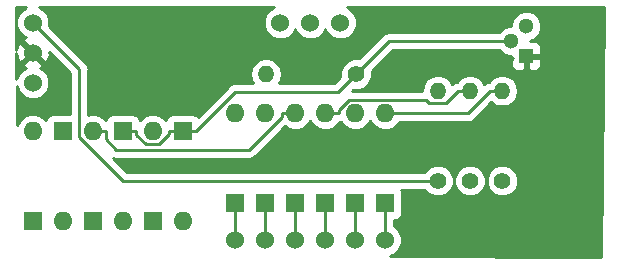
<source format=gbr>
G04 #@! TF.GenerationSoftware,KiCad,Pcbnew,(5.0.0)*
G04 #@! TF.CreationDate,2019-01-17T16:59:51+00:00*
G04 #@! TF.ProjectId,LS05,4C5330352E6B696361645F7063620000,rev?*
G04 #@! TF.SameCoordinates,Original*
G04 #@! TF.FileFunction,Copper,L2,Bot,Signal*
G04 #@! TF.FilePolarity,Positive*
%FSLAX46Y46*%
G04 Gerber Fmt 4.6, Leading zero omitted, Abs format (unit mm)*
G04 Created by KiCad (PCBNEW (5.0.0)) date 01/17/19 16:59:51*
%MOMM*%
%LPD*%
G01*
G04 APERTURE LIST*
G04 #@! TA.AperFunction,ComponentPad*
%ADD10O,1.600000X1.600000*%
G04 #@! TD*
G04 #@! TA.AperFunction,ComponentPad*
%ADD11R,1.600000X1.600000*%
G04 #@! TD*
G04 #@! TA.AperFunction,ComponentPad*
%ADD12C,1.524000*%
G04 #@! TD*
G04 #@! TA.AperFunction,ComponentPad*
%ADD13C,1.400000*%
G04 #@! TD*
G04 #@! TA.AperFunction,ComponentPad*
%ADD14O,1.400000X1.400000*%
G04 #@! TD*
G04 #@! TA.AperFunction,ComponentPad*
%ADD15R,1.300000X1.300000*%
G04 #@! TD*
G04 #@! TA.AperFunction,ComponentPad*
%ADD16C,1.300000*%
G04 #@! TD*
G04 #@! TA.AperFunction,Conductor*
%ADD17C,0.250000*%
G04 #@! TD*
G04 #@! TA.AperFunction,Conductor*
%ADD18C,0.254000*%
G04 #@! TD*
G04 APERTURE END LIST*
D10*
G04 #@! TO.P,D1,2*
G04 #@! TO.N,Net-(D1-Pad2)*
X156464000Y-83502500D03*
D11*
G04 #@! TO.P,D1,1*
G04 #@! TO.N,1*
X156464000Y-91122500D03*
G04 #@! TD*
G04 #@! TO.P,D2,1*
G04 #@! TO.N,2*
X159004000Y-91122500D03*
D10*
G04 #@! TO.P,D2,2*
G04 #@! TO.N,Net-(D1-Pad2)*
X159004000Y-83502500D03*
G04 #@! TD*
G04 #@! TO.P,D3,2*
G04 #@! TO.N,Net-(D3-Pad2)*
X161544000Y-83502500D03*
D11*
G04 #@! TO.P,D3,1*
G04 #@! TO.N,3*
X161544000Y-91122500D03*
G04 #@! TD*
G04 #@! TO.P,D4,1*
G04 #@! TO.N,4*
X164084000Y-91122500D03*
D10*
G04 #@! TO.P,D4,2*
G04 #@! TO.N,Net-(D3-Pad2)*
X164084000Y-83502500D03*
G04 #@! TD*
G04 #@! TO.P,D5,2*
G04 #@! TO.N,Net-(D11-Pad2)*
X166624000Y-83502500D03*
D11*
G04 #@! TO.P,D5,1*
G04 #@! TO.N,5*
X166624000Y-91122500D03*
G04 #@! TD*
G04 #@! TO.P,D6,1*
G04 #@! TO.N,6*
X169164000Y-91122500D03*
D10*
G04 #@! TO.P,D6,2*
G04 #@! TO.N,Net-(D11-Pad2)*
X169164000Y-83502500D03*
G04 #@! TD*
G04 #@! TO.P,D7,2*
G04 #@! TO.N,Net-(D1-Pad2)*
X139319000Y-85026500D03*
D11*
G04 #@! TO.P,D7,1*
G04 #@! TO.N,Net-(D7-Pad1)*
X139319000Y-92646500D03*
G04 #@! TD*
G04 #@! TO.P,D8,1*
G04 #@! TO.N,Net-(D10-Pad1)*
X141859000Y-85026500D03*
D10*
G04 #@! TO.P,D8,2*
G04 #@! TO.N,Net-(D7-Pad1)*
X141859000Y-92646500D03*
G04 #@! TD*
G04 #@! TO.P,D9,2*
G04 #@! TO.N,Net-(D3-Pad2)*
X144399000Y-85026500D03*
D11*
G04 #@! TO.P,D9,1*
G04 #@! TO.N,Net-(D10-Pad2)*
X144399000Y-92646500D03*
G04 #@! TD*
G04 #@! TO.P,D10,1*
G04 #@! TO.N,Net-(D10-Pad1)*
X146939000Y-85026500D03*
D10*
G04 #@! TO.P,D10,2*
G04 #@! TO.N,Net-(D10-Pad2)*
X146939000Y-92646500D03*
G04 #@! TD*
G04 #@! TO.P,D11,2*
G04 #@! TO.N,Net-(D11-Pad2)*
X149479000Y-85026500D03*
D11*
G04 #@! TO.P,D11,1*
G04 #@! TO.N,Net-(D11-Pad1)*
X149479000Y-92646500D03*
G04 #@! TD*
G04 #@! TO.P,D12,1*
G04 #@! TO.N,Net-(D10-Pad1)*
X152019000Y-85026500D03*
D10*
G04 #@! TO.P,D12,2*
G04 #@! TO.N,Net-(D11-Pad1)*
X152019000Y-92646500D03*
G04 #@! TD*
D12*
G04 #@! TO.P,J1,21*
G04 #@! TO.N,+6v*
X139331000Y-75830500D03*
G04 #@! TO.P,J1,22*
G04 #@! TO.N,0v*
X139331000Y-78370500D03*
G04 #@! TO.P,J1,23*
G04 #@! TO.N,-6v*
X139331000Y-80910500D03*
G04 #@! TO.P,J1,1*
G04 #@! TO.N,1*
X156476000Y-94245500D03*
G04 #@! TO.P,J1,2*
G04 #@! TO.N,2*
X159016000Y-94245500D03*
G04 #@! TO.P,J1,3*
G04 #@! TO.N,3*
X161556000Y-94245500D03*
G04 #@! TO.P,J1,4*
G04 #@! TO.N,4*
X164096000Y-94245500D03*
G04 #@! TO.P,J1,5*
G04 #@! TO.N,5*
X166636000Y-94245500D03*
G04 #@! TO.P,J1,6*
G04 #@! TO.N,6*
X169176000Y-94245500D03*
G04 #@! TO.P,J1,11*
G04 #@! TO.N,N/C*
X160286000Y-75830500D03*
G04 #@! TO.P,J1,12*
X162826000Y-75830500D03*
G04 #@! TO.P,J1,13*
G04 #@! TO.N,13*
X165366000Y-75830500D03*
G04 #@! TD*
D13*
G04 #@! TO.P,R1,1*
G04 #@! TO.N,+6v*
X173609000Y-89217500D03*
D14*
G04 #@! TO.P,R1,2*
G04 #@! TO.N,Net-(D1-Pad2)*
X173609000Y-81597500D03*
G04 #@! TD*
G04 #@! TO.P,R2,2*
G04 #@! TO.N,Net-(D3-Pad2)*
X176340000Y-81597500D03*
D13*
G04 #@! TO.P,R2,1*
G04 #@! TO.N,+6v*
X176340000Y-89217500D03*
G04 #@! TD*
D14*
G04 #@! TO.P,R3,2*
G04 #@! TO.N,Net-(D11-Pad2)*
X179070000Y-81597500D03*
D13*
G04 #@! TO.P,R3,1*
G04 #@! TO.N,+6v*
X179070000Y-89217500D03*
G04 #@! TD*
G04 #@! TO.P,R4,1*
G04 #@! TO.N,Net-(D10-Pad1)*
X166688000Y-80200500D03*
D14*
G04 #@! TO.P,R4,2*
G04 #@! TO.N,-6v*
X159068000Y-80200500D03*
G04 #@! TD*
D15*
G04 #@! TO.P,VT3,1*
G04 #@! TO.N,0v*
X181102000Y-78676500D03*
D16*
G04 #@! TO.P,VT3,3*
G04 #@! TO.N,13*
X181102000Y-76136500D03*
G04 #@! TO.P,VT3,2*
G04 #@! TO.N,Net-(D10-Pad1)*
X179832000Y-77406500D03*
G04 #@! TD*
D17*
G04 #@! TO.N,1*
X156476000Y-94245500D02*
X156464000Y-94233500D01*
X156464000Y-94233500D02*
X156464000Y-91122500D01*
G04 #@! TO.N,2*
X159016000Y-94245500D02*
X159004000Y-94233500D01*
X159004000Y-94233500D02*
X159004000Y-91122500D01*
G04 #@! TO.N,Net-(D3-Pad2)*
X145524300Y-85026500D02*
X145524300Y-85729900D01*
X145524300Y-85729900D02*
X146396500Y-86602100D01*
X146396500Y-86602100D02*
X157600400Y-86602100D01*
X157600400Y-86602100D02*
X160418700Y-83783800D01*
X160418700Y-83783800D02*
X160418700Y-83502500D01*
X144399000Y-85026500D02*
X145524300Y-85026500D01*
X161544000Y-83502500D02*
X160418700Y-83502500D01*
X164084000Y-83502500D02*
X165209300Y-83502500D01*
X176340000Y-81597500D02*
X175314700Y-81597500D01*
X175314700Y-81597500D02*
X174283900Y-82628300D01*
X174283900Y-82628300D02*
X172834800Y-82628300D01*
X172834800Y-82628300D02*
X172583700Y-82377200D01*
X172583700Y-82377200D02*
X166053200Y-82377200D01*
X166053200Y-82377200D02*
X165209300Y-83221100D01*
X165209300Y-83221100D02*
X165209300Y-83502500D01*
G04 #@! TO.N,3*
X161556000Y-94245500D02*
X161544000Y-94233500D01*
X161544000Y-94233500D02*
X161544000Y-91122500D01*
G04 #@! TO.N,4*
X164096000Y-94245500D02*
X164084000Y-94233500D01*
X164084000Y-94233500D02*
X164084000Y-91122500D01*
G04 #@! TO.N,Net-(D11-Pad2)*
X179070000Y-81597500D02*
X178044700Y-81597500D01*
X178044700Y-81597500D02*
X176139700Y-83502500D01*
X176139700Y-83502500D02*
X169164000Y-83502500D01*
G04 #@! TO.N,5*
X166636000Y-94245500D02*
X166624000Y-94233500D01*
X166624000Y-94233500D02*
X166624000Y-91122500D01*
G04 #@! TO.N,6*
X169176000Y-94245500D02*
X169164000Y-94233500D01*
X169164000Y-94233500D02*
X169164000Y-91122500D01*
G04 #@! TO.N,Net-(D10-Pad1)*
X152019000Y-85026500D02*
X153144300Y-85026500D01*
X166688000Y-80200500D02*
X165148200Y-81740300D01*
X165148200Y-81740300D02*
X156430500Y-81740300D01*
X156430500Y-81740300D02*
X153144300Y-85026500D01*
X179832000Y-77406500D02*
X169482000Y-77406500D01*
X169482000Y-77406500D02*
X166688000Y-80200500D01*
X146939000Y-85026500D02*
X148064300Y-85026500D01*
X152019000Y-85026500D02*
X150893700Y-85026500D01*
X150893700Y-85026500D02*
X150893700Y-85286700D01*
X150893700Y-85286700D02*
X150028600Y-86151800D01*
X150028600Y-86151800D02*
X148908200Y-86151800D01*
X148908200Y-86151800D02*
X148064300Y-85307900D01*
X148064300Y-85307900D02*
X148064300Y-85026500D01*
G04 #@! TO.N,+6v*
X173609000Y-89217500D02*
X146944500Y-89217500D01*
X146944500Y-89217500D02*
X143269300Y-85542300D01*
X143269300Y-85542300D02*
X143269300Y-79768800D01*
X143269300Y-79768800D02*
X139331000Y-75830500D01*
G04 #@! TD*
D18*
G04 #@! TO.N,0v*
G36*
X159494663Y-74646180D02*
X159101680Y-75039163D01*
X158889000Y-75552619D01*
X158889000Y-76108381D01*
X159101680Y-76621837D01*
X159494663Y-77014820D01*
X160008119Y-77227500D01*
X160563881Y-77227500D01*
X161077337Y-77014820D01*
X161470320Y-76621837D01*
X161556000Y-76414987D01*
X161641680Y-76621837D01*
X162034663Y-77014820D01*
X162548119Y-77227500D01*
X163103881Y-77227500D01*
X163617337Y-77014820D01*
X164010320Y-76621837D01*
X164096000Y-76414987D01*
X164181680Y-76621837D01*
X164574663Y-77014820D01*
X165088119Y-77227500D01*
X165643881Y-77227500D01*
X166157337Y-77014820D01*
X166550320Y-76621837D01*
X166763000Y-76108381D01*
X166763000Y-75552619D01*
X166550320Y-75039163D01*
X166157337Y-74646180D01*
X165922723Y-74549000D01*
X187704484Y-74549000D01*
X187453506Y-95693858D01*
X169550690Y-95602400D01*
X169967337Y-95429820D01*
X170360320Y-95036837D01*
X170573000Y-94523381D01*
X170573000Y-93967619D01*
X170360320Y-93454163D01*
X169967337Y-93061180D01*
X169924000Y-93043229D01*
X169924000Y-92569940D01*
X169964000Y-92569940D01*
X170211765Y-92520657D01*
X170421809Y-92380309D01*
X170562157Y-92170265D01*
X170611440Y-91922500D01*
X170611440Y-90322500D01*
X170562157Y-90074735D01*
X170497186Y-89977500D01*
X172481025Y-89977500D01*
X172852783Y-90349258D01*
X173343452Y-90552500D01*
X173874548Y-90552500D01*
X174365217Y-90349258D01*
X174740758Y-89973717D01*
X174944000Y-89483048D01*
X174944000Y-88951952D01*
X175005000Y-88951952D01*
X175005000Y-89483048D01*
X175208242Y-89973717D01*
X175583783Y-90349258D01*
X176074452Y-90552500D01*
X176605548Y-90552500D01*
X177096217Y-90349258D01*
X177471758Y-89973717D01*
X177675000Y-89483048D01*
X177675000Y-88951952D01*
X177735000Y-88951952D01*
X177735000Y-89483048D01*
X177938242Y-89973717D01*
X178313783Y-90349258D01*
X178804452Y-90552500D01*
X179335548Y-90552500D01*
X179826217Y-90349258D01*
X180201758Y-89973717D01*
X180405000Y-89483048D01*
X180405000Y-88951952D01*
X180201758Y-88461283D01*
X179826217Y-88085742D01*
X179335548Y-87882500D01*
X178804452Y-87882500D01*
X178313783Y-88085742D01*
X177938242Y-88461283D01*
X177735000Y-88951952D01*
X177675000Y-88951952D01*
X177471758Y-88461283D01*
X177096217Y-88085742D01*
X176605548Y-87882500D01*
X176074452Y-87882500D01*
X175583783Y-88085742D01*
X175208242Y-88461283D01*
X175005000Y-88951952D01*
X174944000Y-88951952D01*
X174740758Y-88461283D01*
X174365217Y-88085742D01*
X173874548Y-87882500D01*
X173343452Y-87882500D01*
X172852783Y-88085742D01*
X172481025Y-88457500D01*
X147259302Y-88457500D01*
X146124733Y-87322931D01*
X146321648Y-87362100D01*
X146321652Y-87362100D01*
X146396499Y-87376988D01*
X146471346Y-87362100D01*
X157525553Y-87362100D01*
X157600400Y-87376988D01*
X157675247Y-87362100D01*
X157675252Y-87362100D01*
X157896937Y-87318004D01*
X158148329Y-87150029D01*
X158190731Y-87086570D01*
X160647779Y-84629523D01*
X160984091Y-84854240D01*
X161402667Y-84937500D01*
X161685333Y-84937500D01*
X162103909Y-84854240D01*
X162578577Y-84537077D01*
X162814000Y-84184742D01*
X163049423Y-84537077D01*
X163524091Y-84854240D01*
X163942667Y-84937500D01*
X164225333Y-84937500D01*
X164643909Y-84854240D01*
X165118577Y-84537077D01*
X165304786Y-84258396D01*
X165338895Y-84251611D01*
X165391667Y-84241114D01*
X165589423Y-84537077D01*
X166064091Y-84854240D01*
X166482667Y-84937500D01*
X166765333Y-84937500D01*
X167183909Y-84854240D01*
X167658577Y-84537077D01*
X167894000Y-84184742D01*
X168129423Y-84537077D01*
X168604091Y-84854240D01*
X169022667Y-84937500D01*
X169305333Y-84937500D01*
X169723909Y-84854240D01*
X170198577Y-84537077D01*
X170382043Y-84262500D01*
X176064853Y-84262500D01*
X176139700Y-84277388D01*
X176214547Y-84262500D01*
X176214552Y-84262500D01*
X176436237Y-84218404D01*
X176687629Y-84050429D01*
X176730031Y-83986970D01*
X178137193Y-82579809D01*
X178549109Y-82855042D01*
X178938515Y-82932500D01*
X179201485Y-82932500D01*
X179590891Y-82855042D01*
X180032481Y-82559981D01*
X180327542Y-82118391D01*
X180431154Y-81597500D01*
X180327542Y-81076609D01*
X180032481Y-80635019D01*
X179590891Y-80339958D01*
X179201485Y-80262500D01*
X178938515Y-80262500D01*
X178549109Y-80339958D01*
X178107519Y-80635019D01*
X177972589Y-80836955D01*
X177969852Y-80837500D01*
X177969848Y-80837500D01*
X177796305Y-80872020D01*
X177748162Y-80881596D01*
X177600442Y-80980300D01*
X177553948Y-81011366D01*
X177302481Y-80635019D01*
X176860891Y-80339958D01*
X176471485Y-80262500D01*
X176208515Y-80262500D01*
X175819109Y-80339958D01*
X175377519Y-80635019D01*
X175242589Y-80836956D01*
X175239852Y-80837500D01*
X175239848Y-80837500D01*
X175018163Y-80881596D01*
X175018161Y-80881597D01*
X175018162Y-80881597D01*
X174830226Y-81007171D01*
X174830224Y-81007173D01*
X174823257Y-81011828D01*
X174571481Y-80635019D01*
X174129891Y-80339958D01*
X173740485Y-80262500D01*
X173477515Y-80262500D01*
X173088109Y-80339958D01*
X172646519Y-80635019D01*
X172351458Y-81076609D01*
X172247846Y-81597500D01*
X172251765Y-81617200D01*
X166346101Y-81617200D01*
X166427801Y-81535500D01*
X166953548Y-81535500D01*
X167444217Y-81332258D01*
X167819758Y-80956717D01*
X168023000Y-80466048D01*
X168023000Y-79940301D01*
X169796802Y-78166500D01*
X178774735Y-78166500D01*
X179104106Y-78495871D01*
X179576398Y-78691500D01*
X179817000Y-78691500D01*
X179817000Y-78803502D01*
X179975748Y-78803502D01*
X179817000Y-78962250D01*
X179817000Y-79452810D01*
X179913673Y-79686199D01*
X180092302Y-79864827D01*
X180325691Y-79961500D01*
X180816250Y-79961500D01*
X180975000Y-79802750D01*
X180975000Y-78803500D01*
X181229000Y-78803500D01*
X181229000Y-79802750D01*
X181387750Y-79961500D01*
X181878309Y-79961500D01*
X182111698Y-79864827D01*
X182290327Y-79686199D01*
X182387000Y-79452810D01*
X182387000Y-78962250D01*
X182228250Y-78803500D01*
X181229000Y-78803500D01*
X180975000Y-78803500D01*
X180955000Y-78803500D01*
X180955000Y-78549500D01*
X180975000Y-78549500D01*
X180975000Y-78529500D01*
X181229000Y-78529500D01*
X181229000Y-78549500D01*
X182228250Y-78549500D01*
X182387000Y-78390750D01*
X182387000Y-77900190D01*
X182290327Y-77666801D01*
X182111698Y-77488173D01*
X181878309Y-77391500D01*
X181430029Y-77391500D01*
X181829894Y-77225871D01*
X182191371Y-76864394D01*
X182387000Y-76392102D01*
X182387000Y-75880898D01*
X182191371Y-75408606D01*
X181829894Y-75047129D01*
X181357602Y-74851500D01*
X180846398Y-74851500D01*
X180374106Y-75047129D01*
X180012629Y-75408606D01*
X179817000Y-75880898D01*
X179817000Y-76121500D01*
X179576398Y-76121500D01*
X179104106Y-76317129D01*
X178774735Y-76646500D01*
X169556848Y-76646500D01*
X169482000Y-76631612D01*
X169407152Y-76646500D01*
X169407148Y-76646500D01*
X169245741Y-76678606D01*
X169185462Y-76690596D01*
X168998418Y-76815576D01*
X168934071Y-76858571D01*
X168891671Y-76922027D01*
X166948199Y-78865500D01*
X166422452Y-78865500D01*
X165931783Y-79068742D01*
X165556242Y-79444283D01*
X165353000Y-79934952D01*
X165353000Y-80460699D01*
X164833399Y-80980300D01*
X160152545Y-80980300D01*
X160325542Y-80721391D01*
X160429154Y-80200500D01*
X160325542Y-79679609D01*
X160030481Y-79238019D01*
X159588891Y-78942958D01*
X159199485Y-78865500D01*
X158936515Y-78865500D01*
X158547109Y-78942958D01*
X158105519Y-79238019D01*
X157810458Y-79679609D01*
X157706846Y-80200500D01*
X157810458Y-80721391D01*
X157983455Y-80980300D01*
X156505348Y-80980300D01*
X156430500Y-80965412D01*
X156355652Y-80980300D01*
X156355648Y-80980300D01*
X156133963Y-81024396D01*
X155882571Y-81192371D01*
X155840171Y-81255827D01*
X153297036Y-83798963D01*
X153276809Y-83768691D01*
X153066765Y-83628343D01*
X152819000Y-83579060D01*
X151219000Y-83579060D01*
X150971235Y-83628343D01*
X150761191Y-83768691D01*
X150620843Y-83978735D01*
X150594215Y-84112606D01*
X150513577Y-83991923D01*
X150038909Y-83674760D01*
X149620333Y-83591500D01*
X149337667Y-83591500D01*
X148919091Y-83674760D01*
X148444423Y-83991923D01*
X148363785Y-84112606D01*
X148337157Y-83978735D01*
X148196809Y-83768691D01*
X147986765Y-83628343D01*
X147739000Y-83579060D01*
X146139000Y-83579060D01*
X145891235Y-83628343D01*
X145681191Y-83768691D01*
X145540843Y-83978735D01*
X145514215Y-84112606D01*
X145433577Y-83991923D01*
X144958909Y-83674760D01*
X144540333Y-83591500D01*
X144257667Y-83591500D01*
X144029300Y-83636925D01*
X144029300Y-79843646D01*
X144044188Y-79768799D01*
X144029300Y-79693952D01*
X144029300Y-79693948D01*
X143985204Y-79472263D01*
X143817229Y-79220871D01*
X143753773Y-79178471D01*
X140715020Y-76139718D01*
X140728000Y-76108381D01*
X140728000Y-75552619D01*
X140515320Y-75039163D01*
X140122337Y-74646180D01*
X139887723Y-74549000D01*
X159729277Y-74549000D01*
X159494663Y-74646180D01*
X159494663Y-74646180D01*
G37*
X159494663Y-74646180D02*
X159101680Y-75039163D01*
X158889000Y-75552619D01*
X158889000Y-76108381D01*
X159101680Y-76621837D01*
X159494663Y-77014820D01*
X160008119Y-77227500D01*
X160563881Y-77227500D01*
X161077337Y-77014820D01*
X161470320Y-76621837D01*
X161556000Y-76414987D01*
X161641680Y-76621837D01*
X162034663Y-77014820D01*
X162548119Y-77227500D01*
X163103881Y-77227500D01*
X163617337Y-77014820D01*
X164010320Y-76621837D01*
X164096000Y-76414987D01*
X164181680Y-76621837D01*
X164574663Y-77014820D01*
X165088119Y-77227500D01*
X165643881Y-77227500D01*
X166157337Y-77014820D01*
X166550320Y-76621837D01*
X166763000Y-76108381D01*
X166763000Y-75552619D01*
X166550320Y-75039163D01*
X166157337Y-74646180D01*
X165922723Y-74549000D01*
X187704484Y-74549000D01*
X187453506Y-95693858D01*
X169550690Y-95602400D01*
X169967337Y-95429820D01*
X170360320Y-95036837D01*
X170573000Y-94523381D01*
X170573000Y-93967619D01*
X170360320Y-93454163D01*
X169967337Y-93061180D01*
X169924000Y-93043229D01*
X169924000Y-92569940D01*
X169964000Y-92569940D01*
X170211765Y-92520657D01*
X170421809Y-92380309D01*
X170562157Y-92170265D01*
X170611440Y-91922500D01*
X170611440Y-90322500D01*
X170562157Y-90074735D01*
X170497186Y-89977500D01*
X172481025Y-89977500D01*
X172852783Y-90349258D01*
X173343452Y-90552500D01*
X173874548Y-90552500D01*
X174365217Y-90349258D01*
X174740758Y-89973717D01*
X174944000Y-89483048D01*
X174944000Y-88951952D01*
X175005000Y-88951952D01*
X175005000Y-89483048D01*
X175208242Y-89973717D01*
X175583783Y-90349258D01*
X176074452Y-90552500D01*
X176605548Y-90552500D01*
X177096217Y-90349258D01*
X177471758Y-89973717D01*
X177675000Y-89483048D01*
X177675000Y-88951952D01*
X177735000Y-88951952D01*
X177735000Y-89483048D01*
X177938242Y-89973717D01*
X178313783Y-90349258D01*
X178804452Y-90552500D01*
X179335548Y-90552500D01*
X179826217Y-90349258D01*
X180201758Y-89973717D01*
X180405000Y-89483048D01*
X180405000Y-88951952D01*
X180201758Y-88461283D01*
X179826217Y-88085742D01*
X179335548Y-87882500D01*
X178804452Y-87882500D01*
X178313783Y-88085742D01*
X177938242Y-88461283D01*
X177735000Y-88951952D01*
X177675000Y-88951952D01*
X177471758Y-88461283D01*
X177096217Y-88085742D01*
X176605548Y-87882500D01*
X176074452Y-87882500D01*
X175583783Y-88085742D01*
X175208242Y-88461283D01*
X175005000Y-88951952D01*
X174944000Y-88951952D01*
X174740758Y-88461283D01*
X174365217Y-88085742D01*
X173874548Y-87882500D01*
X173343452Y-87882500D01*
X172852783Y-88085742D01*
X172481025Y-88457500D01*
X147259302Y-88457500D01*
X146124733Y-87322931D01*
X146321648Y-87362100D01*
X146321652Y-87362100D01*
X146396499Y-87376988D01*
X146471346Y-87362100D01*
X157525553Y-87362100D01*
X157600400Y-87376988D01*
X157675247Y-87362100D01*
X157675252Y-87362100D01*
X157896937Y-87318004D01*
X158148329Y-87150029D01*
X158190731Y-87086570D01*
X160647779Y-84629523D01*
X160984091Y-84854240D01*
X161402667Y-84937500D01*
X161685333Y-84937500D01*
X162103909Y-84854240D01*
X162578577Y-84537077D01*
X162814000Y-84184742D01*
X163049423Y-84537077D01*
X163524091Y-84854240D01*
X163942667Y-84937500D01*
X164225333Y-84937500D01*
X164643909Y-84854240D01*
X165118577Y-84537077D01*
X165304786Y-84258396D01*
X165338895Y-84251611D01*
X165391667Y-84241114D01*
X165589423Y-84537077D01*
X166064091Y-84854240D01*
X166482667Y-84937500D01*
X166765333Y-84937500D01*
X167183909Y-84854240D01*
X167658577Y-84537077D01*
X167894000Y-84184742D01*
X168129423Y-84537077D01*
X168604091Y-84854240D01*
X169022667Y-84937500D01*
X169305333Y-84937500D01*
X169723909Y-84854240D01*
X170198577Y-84537077D01*
X170382043Y-84262500D01*
X176064853Y-84262500D01*
X176139700Y-84277388D01*
X176214547Y-84262500D01*
X176214552Y-84262500D01*
X176436237Y-84218404D01*
X176687629Y-84050429D01*
X176730031Y-83986970D01*
X178137193Y-82579809D01*
X178549109Y-82855042D01*
X178938515Y-82932500D01*
X179201485Y-82932500D01*
X179590891Y-82855042D01*
X180032481Y-82559981D01*
X180327542Y-82118391D01*
X180431154Y-81597500D01*
X180327542Y-81076609D01*
X180032481Y-80635019D01*
X179590891Y-80339958D01*
X179201485Y-80262500D01*
X178938515Y-80262500D01*
X178549109Y-80339958D01*
X178107519Y-80635019D01*
X177972589Y-80836955D01*
X177969852Y-80837500D01*
X177969848Y-80837500D01*
X177796305Y-80872020D01*
X177748162Y-80881596D01*
X177600442Y-80980300D01*
X177553948Y-81011366D01*
X177302481Y-80635019D01*
X176860891Y-80339958D01*
X176471485Y-80262500D01*
X176208515Y-80262500D01*
X175819109Y-80339958D01*
X175377519Y-80635019D01*
X175242589Y-80836956D01*
X175239852Y-80837500D01*
X175239848Y-80837500D01*
X175018163Y-80881596D01*
X175018161Y-80881597D01*
X175018162Y-80881597D01*
X174830226Y-81007171D01*
X174830224Y-81007173D01*
X174823257Y-81011828D01*
X174571481Y-80635019D01*
X174129891Y-80339958D01*
X173740485Y-80262500D01*
X173477515Y-80262500D01*
X173088109Y-80339958D01*
X172646519Y-80635019D01*
X172351458Y-81076609D01*
X172247846Y-81597500D01*
X172251765Y-81617200D01*
X166346101Y-81617200D01*
X166427801Y-81535500D01*
X166953548Y-81535500D01*
X167444217Y-81332258D01*
X167819758Y-80956717D01*
X168023000Y-80466048D01*
X168023000Y-79940301D01*
X169796802Y-78166500D01*
X178774735Y-78166500D01*
X179104106Y-78495871D01*
X179576398Y-78691500D01*
X179817000Y-78691500D01*
X179817000Y-78803502D01*
X179975748Y-78803502D01*
X179817000Y-78962250D01*
X179817000Y-79452810D01*
X179913673Y-79686199D01*
X180092302Y-79864827D01*
X180325691Y-79961500D01*
X180816250Y-79961500D01*
X180975000Y-79802750D01*
X180975000Y-78803500D01*
X181229000Y-78803500D01*
X181229000Y-79802750D01*
X181387750Y-79961500D01*
X181878309Y-79961500D01*
X182111698Y-79864827D01*
X182290327Y-79686199D01*
X182387000Y-79452810D01*
X182387000Y-78962250D01*
X182228250Y-78803500D01*
X181229000Y-78803500D01*
X180975000Y-78803500D01*
X180955000Y-78803500D01*
X180955000Y-78549500D01*
X180975000Y-78549500D01*
X180975000Y-78529500D01*
X181229000Y-78529500D01*
X181229000Y-78549500D01*
X182228250Y-78549500D01*
X182387000Y-78390750D01*
X182387000Y-77900190D01*
X182290327Y-77666801D01*
X182111698Y-77488173D01*
X181878309Y-77391500D01*
X181430029Y-77391500D01*
X181829894Y-77225871D01*
X182191371Y-76864394D01*
X182387000Y-76392102D01*
X182387000Y-75880898D01*
X182191371Y-75408606D01*
X181829894Y-75047129D01*
X181357602Y-74851500D01*
X180846398Y-74851500D01*
X180374106Y-75047129D01*
X180012629Y-75408606D01*
X179817000Y-75880898D01*
X179817000Y-76121500D01*
X179576398Y-76121500D01*
X179104106Y-76317129D01*
X178774735Y-76646500D01*
X169556848Y-76646500D01*
X169482000Y-76631612D01*
X169407152Y-76646500D01*
X169407148Y-76646500D01*
X169245741Y-76678606D01*
X169185462Y-76690596D01*
X168998418Y-76815576D01*
X168934071Y-76858571D01*
X168891671Y-76922027D01*
X166948199Y-78865500D01*
X166422452Y-78865500D01*
X165931783Y-79068742D01*
X165556242Y-79444283D01*
X165353000Y-79934952D01*
X165353000Y-80460699D01*
X164833399Y-80980300D01*
X160152545Y-80980300D01*
X160325542Y-80721391D01*
X160429154Y-80200500D01*
X160325542Y-79679609D01*
X160030481Y-79238019D01*
X159588891Y-78942958D01*
X159199485Y-78865500D01*
X158936515Y-78865500D01*
X158547109Y-78942958D01*
X158105519Y-79238019D01*
X157810458Y-79679609D01*
X157706846Y-80200500D01*
X157810458Y-80721391D01*
X157983455Y-80980300D01*
X156505348Y-80980300D01*
X156430500Y-80965412D01*
X156355652Y-80980300D01*
X156355648Y-80980300D01*
X156133963Y-81024396D01*
X155882571Y-81192371D01*
X155840171Y-81255827D01*
X153297036Y-83798963D01*
X153276809Y-83768691D01*
X153066765Y-83628343D01*
X152819000Y-83579060D01*
X151219000Y-83579060D01*
X150971235Y-83628343D01*
X150761191Y-83768691D01*
X150620843Y-83978735D01*
X150594215Y-84112606D01*
X150513577Y-83991923D01*
X150038909Y-83674760D01*
X149620333Y-83591500D01*
X149337667Y-83591500D01*
X148919091Y-83674760D01*
X148444423Y-83991923D01*
X148363785Y-84112606D01*
X148337157Y-83978735D01*
X148196809Y-83768691D01*
X147986765Y-83628343D01*
X147739000Y-83579060D01*
X146139000Y-83579060D01*
X145891235Y-83628343D01*
X145681191Y-83768691D01*
X145540843Y-83978735D01*
X145514215Y-84112606D01*
X145433577Y-83991923D01*
X144958909Y-83674760D01*
X144540333Y-83591500D01*
X144257667Y-83591500D01*
X144029300Y-83636925D01*
X144029300Y-79843646D01*
X144044188Y-79768799D01*
X144029300Y-79693952D01*
X144029300Y-79693948D01*
X143985204Y-79472263D01*
X143817229Y-79220871D01*
X143753773Y-79178471D01*
X140715020Y-76139718D01*
X140728000Y-76108381D01*
X140728000Y-75552619D01*
X140515320Y-75039163D01*
X140122337Y-74646180D01*
X139887723Y-74549000D01*
X159729277Y-74549000D01*
X159494663Y-74646180D01*
G36*
X138539663Y-74646180D02*
X138146680Y-75039163D01*
X137934000Y-75552619D01*
X137934000Y-76108381D01*
X138146680Y-76621837D01*
X138539663Y-77014820D01*
X138730647Y-77093928D01*
X138599857Y-77148103D01*
X138530392Y-77390287D01*
X139331000Y-78190895D01*
X139345143Y-78176753D01*
X139524748Y-78356358D01*
X139510605Y-78370500D01*
X140311213Y-79171108D01*
X140553397Y-79101643D01*
X140740144Y-78578198D01*
X140726247Y-78300549D01*
X142509301Y-80083603D01*
X142509300Y-83579060D01*
X141059000Y-83579060D01*
X140811235Y-83628343D01*
X140601191Y-83768691D01*
X140460843Y-83978735D01*
X140434215Y-84112606D01*
X140353577Y-83991923D01*
X139878909Y-83674760D01*
X139460333Y-83591500D01*
X139177667Y-83591500D01*
X138759091Y-83674760D01*
X138284423Y-83991923D01*
X137967260Y-84466591D01*
X137952389Y-84541353D01*
X137942381Y-81208614D01*
X138146680Y-81701837D01*
X138539663Y-82094820D01*
X139053119Y-82307500D01*
X139608881Y-82307500D01*
X140122337Y-82094820D01*
X140515320Y-81701837D01*
X140728000Y-81188381D01*
X140728000Y-80632619D01*
X140515320Y-80119163D01*
X140122337Y-79726180D01*
X139931353Y-79647072D01*
X140062143Y-79592897D01*
X140131608Y-79350713D01*
X139331000Y-78550105D01*
X138530392Y-79350713D01*
X138599857Y-79592897D01*
X138740393Y-79643035D01*
X138539663Y-79726180D01*
X138146680Y-80119163D01*
X137940603Y-80616677D01*
X137933960Y-78404641D01*
X137949638Y-78717868D01*
X138108603Y-79101643D01*
X138350787Y-79171108D01*
X139151395Y-78370500D01*
X138350787Y-77569892D01*
X138108603Y-77639357D01*
X137933139Y-78131175D01*
X137922382Y-74549000D01*
X138774277Y-74549000D01*
X138539663Y-74646180D01*
X138539663Y-74646180D01*
G37*
X138539663Y-74646180D02*
X138146680Y-75039163D01*
X137934000Y-75552619D01*
X137934000Y-76108381D01*
X138146680Y-76621837D01*
X138539663Y-77014820D01*
X138730647Y-77093928D01*
X138599857Y-77148103D01*
X138530392Y-77390287D01*
X139331000Y-78190895D01*
X139345143Y-78176753D01*
X139524748Y-78356358D01*
X139510605Y-78370500D01*
X140311213Y-79171108D01*
X140553397Y-79101643D01*
X140740144Y-78578198D01*
X140726247Y-78300549D01*
X142509301Y-80083603D01*
X142509300Y-83579060D01*
X141059000Y-83579060D01*
X140811235Y-83628343D01*
X140601191Y-83768691D01*
X140460843Y-83978735D01*
X140434215Y-84112606D01*
X140353577Y-83991923D01*
X139878909Y-83674760D01*
X139460333Y-83591500D01*
X139177667Y-83591500D01*
X138759091Y-83674760D01*
X138284423Y-83991923D01*
X137967260Y-84466591D01*
X137952389Y-84541353D01*
X137942381Y-81208614D01*
X138146680Y-81701837D01*
X138539663Y-82094820D01*
X139053119Y-82307500D01*
X139608881Y-82307500D01*
X140122337Y-82094820D01*
X140515320Y-81701837D01*
X140728000Y-81188381D01*
X140728000Y-80632619D01*
X140515320Y-80119163D01*
X140122337Y-79726180D01*
X139931353Y-79647072D01*
X140062143Y-79592897D01*
X140131608Y-79350713D01*
X139331000Y-78550105D01*
X138530392Y-79350713D01*
X138599857Y-79592897D01*
X138740393Y-79643035D01*
X138539663Y-79726180D01*
X138146680Y-80119163D01*
X137940603Y-80616677D01*
X137933960Y-78404641D01*
X137949638Y-78717868D01*
X138108603Y-79101643D01*
X138350787Y-79171108D01*
X139151395Y-78370500D01*
X138350787Y-77569892D01*
X138108603Y-77639357D01*
X137933139Y-78131175D01*
X137922382Y-74549000D01*
X138774277Y-74549000D01*
X138539663Y-74646180D01*
G04 #@! TD*
M02*

</source>
